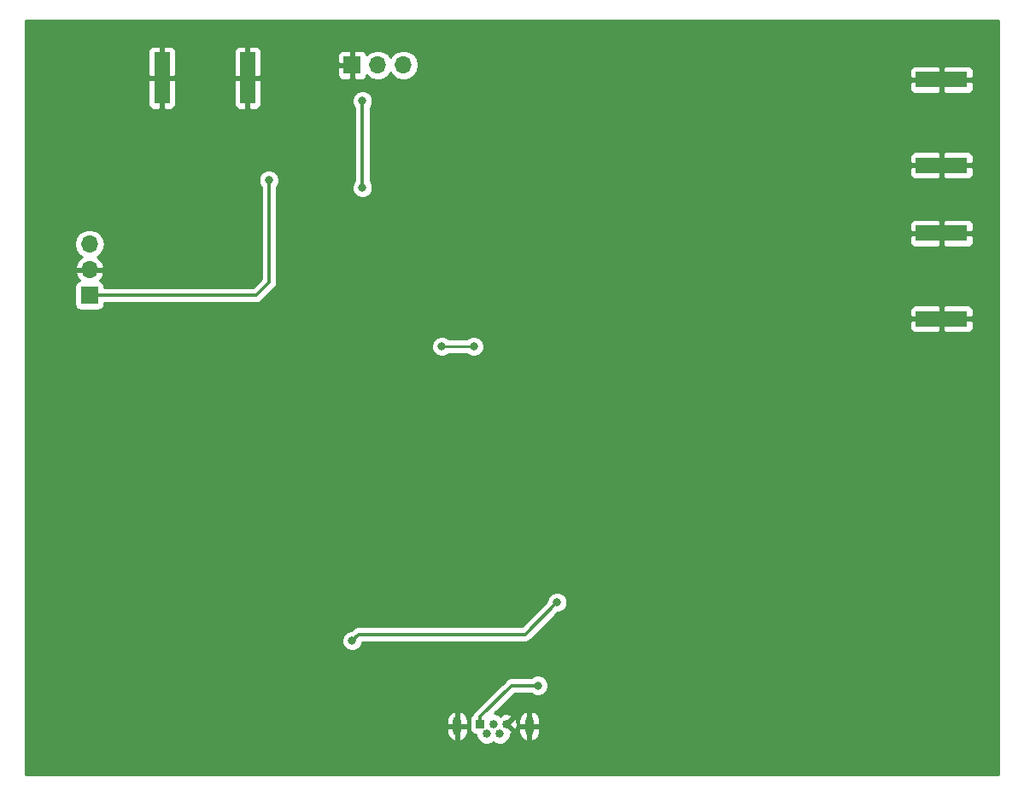
<source format=gbr>
G04 #@! TF.GenerationSoftware,KiCad,Pcbnew,(6.0.0-rc1-dev-1154-gcbd13c712)*
G04 #@! TF.CreationDate,2018-11-27T08:28:50+08:00*
G04 #@! TF.ProjectId,8330_EVA,38333330-5f45-4564-912e-6b696361645f,rev?*
G04 #@! TF.SameCoordinates,Original*
G04 #@! TF.FileFunction,Copper,L2,Bot*
G04 #@! TF.FilePolarity,Positive*
%FSLAX46Y46*%
G04 Gerber Fmt 4.6, Leading zero omitted, Abs format (unit mm)*
G04 Created by KiCad (PCBNEW (6.0.0-rc1-dev-1154-gcbd13c712)) date 2018/11/27 8:28:50*
%MOMM*%
%LPD*%
G01*
G04 APERTURE LIST*
G04 #@! TA.AperFunction,ComponentPad*
%ADD10R,0.840000X0.840000*%
G04 #@! TD*
G04 #@! TA.AperFunction,ComponentPad*
%ADD11C,0.840000*%
G04 #@! TD*
G04 #@! TA.AperFunction,ComponentPad*
%ADD12O,0.850000X1.850000*%
G04 #@! TD*
G04 #@! TA.AperFunction,SMDPad,CuDef*
%ADD13R,1.500000X5.080000*%
G04 #@! TD*
G04 #@! TA.AperFunction,ComponentPad*
%ADD14O,1.700000X1.700000*%
G04 #@! TD*
G04 #@! TA.AperFunction,ComponentPad*
%ADD15R,1.700000X1.700000*%
G04 #@! TD*
G04 #@! TA.AperFunction,SMDPad,CuDef*
%ADD16R,5.080000X1.500000*%
G04 #@! TD*
G04 #@! TA.AperFunction,ViaPad*
%ADD17C,0.800000*%
G04 #@! TD*
G04 #@! TA.AperFunction,Conductor*
%ADD18C,0.300000*%
G04 #@! TD*
G04 #@! TA.AperFunction,Conductor*
%ADD19C,0.250000*%
G04 #@! TD*
G04 #@! TA.AperFunction,Conductor*
%ADD20C,0.254000*%
G04 #@! TD*
G04 APERTURE END LIST*
D10*
G04 #@! TO.P,J1,1*
G04 #@! TO.N,/USB2SPI/VBUS*
X152400000Y-123825000D03*
D11*
G04 #@! TO.P,J1,2*
G04 #@! TO.N,/USB2SPI/USB_D-*
X153050000Y-124825000D03*
G04 #@! TO.P,J1,3*
G04 #@! TO.N,/USB2SPI/USB_D+*
X153700000Y-123825000D03*
G04 #@! TO.P,J1,4*
G04 #@! TO.N,Net-(J1-Pad4)*
X154350000Y-124825000D03*
G04 #@! TO.P,J1,5*
G04 #@! TO.N,Earth*
X155000000Y-123825000D03*
D12*
G04 #@! TO.P,J1,6*
X150125000Y-124045000D03*
X157275000Y-124045000D03*
G04 #@! TD*
D13*
G04 #@! TO.P,J2,2*
G04 #@! TO.N,Earth*
X129345000Y-59690000D03*
X120845000Y-59690000D03*
G04 #@! TD*
D14*
G04 #@! TO.P,J3,3*
G04 #@! TO.N,/VCA/VEE_-5V*
X113665000Y-76200000D03*
G04 #@! TO.P,J3,2*
G04 #@! TO.N,Earth*
X113665000Y-78740000D03*
D15*
G04 #@! TO.P,J3,1*
G04 #@! TO.N,/DAC/VCC_+5V*
X113665000Y-81280000D03*
G04 #@! TD*
D16*
G04 #@! TO.P,J4,2*
G04 #@! TO.N,Earth*
X198120000Y-83625000D03*
X198120000Y-75125000D03*
G04 #@! TD*
G04 #@! TO.P,J5,2*
G04 #@! TO.N,Earth*
X198120000Y-59885000D03*
X198120000Y-68385000D03*
G04 #@! TD*
D15*
G04 #@! TO.P,J6,1*
G04 #@! TO.N,Earth*
X139700000Y-58420000D03*
D14*
G04 #@! TO.P,J6,2*
G04 #@! TO.N,Net-(J6-Pad2)*
X142240000Y-58420000D03*
G04 #@! TO.P,J6,3*
G04 #@! TO.N,Net-(C25-Pad1)*
X144780000Y-58420000D03*
G04 #@! TD*
D17*
G04 #@! TO.N,Earth*
X137160000Y-82804000D03*
X142748000Y-82550000D03*
X147320000Y-82296000D03*
X135890000Y-91440000D03*
X139192000Y-91186000D03*
X136652000Y-64770000D03*
X139192000Y-64770000D03*
X143510000Y-65024000D03*
X145034000Y-69342000D03*
X129032000Y-67310000D03*
X140335000Y-83820000D03*
X147955000Y-84455000D03*
X121920000Y-85090000D03*
X124460000Y-85090000D03*
X127000000Y-85090000D03*
X137160000Y-76835000D03*
X149225000Y-76835000D03*
X116840000Y-67945000D03*
X119380000Y-67945000D03*
X121920000Y-67945000D03*
X138684000Y-94488000D03*
X145288000Y-95758000D03*
X123444000Y-95250000D03*
X142875000Y-111760000D03*
X142875000Y-113665000D03*
X142875000Y-104140000D03*
X133985000Y-104140000D03*
X140970000Y-104775000D03*
X154850000Y-97155000D03*
G04 #@! TO.N,/USB2SPI/VCCIO*
X139700000Y-115570000D03*
X160020000Y-111760000D03*
G04 #@! TO.N,/USB2SPI/VBUS*
X158115000Y-120015000D03*
G04 #@! TO.N,/USB2SPI/MPSSE_SCK*
X151765000Y-86360000D03*
X148590000Y-86360000D03*
G04 #@! TO.N,/DAC/VCC_+5V*
X131445000Y-69850000D03*
G04 #@! TO.N,Net-(J6-Pad2)*
X140716000Y-61976000D03*
X140716000Y-70612000D03*
G04 #@! TD*
D18*
G04 #@! TO.N,/USB2SPI/VCCIO*
X139700000Y-115570000D02*
X140335000Y-114935000D01*
X140335000Y-114935000D02*
X156845000Y-114935000D01*
X156845000Y-114935000D02*
X160020000Y-111760000D01*
G04 #@! TO.N,/USB2SPI/VBUS*
X155490000Y-120015000D02*
X158115000Y-120015000D01*
X152400000Y-123825000D02*
X152400000Y-123105000D01*
X152400000Y-123105000D02*
X155490000Y-120015000D01*
D19*
G04 #@! TO.N,/USB2SPI/MPSSE_SCK*
X151765000Y-86360000D02*
X148590000Y-86360000D01*
D18*
G04 #@! TO.N,/DAC/VCC_+5V*
X113665000Y-81280000D02*
X128905000Y-81280000D01*
X128905000Y-81280000D02*
X130175000Y-81280000D01*
X131445000Y-80010000D02*
X131445000Y-69850000D01*
X130175000Y-81280000D02*
X131445000Y-80010000D01*
G04 #@! TO.N,Net-(J6-Pad2)*
X140716000Y-61976000D02*
X140716000Y-70612000D01*
G04 #@! TD*
D20*
G04 #@! TO.N,Earth*
G36*
X203810000Y-128880000D02*
X107340000Y-128880000D01*
X107340000Y-124172000D01*
X149065000Y-124172000D01*
X149065000Y-124672000D01*
X149194288Y-125067977D01*
X149465269Y-125384336D01*
X149834938Y-125564540D01*
X149998000Y-125437257D01*
X149998000Y-124172000D01*
X150252000Y-124172000D01*
X150252000Y-125437257D01*
X150415062Y-125564540D01*
X150784731Y-125384336D01*
X151055712Y-125067977D01*
X151185000Y-124672000D01*
X151185000Y-124172000D01*
X150252000Y-124172000D01*
X149998000Y-124172000D01*
X149065000Y-124172000D01*
X107340000Y-124172000D01*
X107340000Y-123418000D01*
X149065000Y-123418000D01*
X149065000Y-123918000D01*
X149998000Y-123918000D01*
X149998000Y-122652743D01*
X150252000Y-122652743D01*
X150252000Y-123918000D01*
X151185000Y-123918000D01*
X151185000Y-123418000D01*
X151180756Y-123405000D01*
X151332560Y-123405000D01*
X151332560Y-124245000D01*
X151381843Y-124492765D01*
X151522191Y-124702809D01*
X151732235Y-124843157D01*
X151980000Y-124892440D01*
X151995000Y-124892440D01*
X151995000Y-125034853D01*
X152155614Y-125422610D01*
X152452390Y-125719386D01*
X152840147Y-125880000D01*
X153259853Y-125880000D01*
X153647610Y-125719386D01*
X153700000Y-125666996D01*
X153752390Y-125719386D01*
X154140147Y-125880000D01*
X154559853Y-125880000D01*
X154947610Y-125719386D01*
X155244386Y-125422610D01*
X155405000Y-125034853D01*
X155405000Y-124813541D01*
X155525095Y-124763796D01*
X155552308Y-124556913D01*
X155259660Y-124264265D01*
X155244386Y-124227390D01*
X154947610Y-123930614D01*
X154862449Y-123895339D01*
X154806253Y-123839143D01*
X154820395Y-123825000D01*
X155179605Y-123825000D01*
X155731913Y-124377308D01*
X155938796Y-124350095D01*
X155996557Y-124172000D01*
X156215000Y-124172000D01*
X156215000Y-124672000D01*
X156344288Y-125067977D01*
X156615269Y-125384336D01*
X156984938Y-125564540D01*
X157148000Y-125437257D01*
X157148000Y-124172000D01*
X157402000Y-124172000D01*
X157402000Y-125437257D01*
X157565062Y-125564540D01*
X157934731Y-125384336D01*
X158205712Y-125067977D01*
X158335000Y-124672000D01*
X158335000Y-124172000D01*
X157402000Y-124172000D01*
X157148000Y-124172000D01*
X156215000Y-124172000D01*
X155996557Y-124172000D01*
X156068279Y-123950863D01*
X156035127Y-123532469D01*
X155987713Y-123418000D01*
X156215000Y-123418000D01*
X156215000Y-123918000D01*
X157148000Y-123918000D01*
X157148000Y-122652743D01*
X157402000Y-122652743D01*
X157402000Y-123918000D01*
X158335000Y-123918000D01*
X158335000Y-123418000D01*
X158205712Y-123022023D01*
X157934731Y-122705664D01*
X157565062Y-122525460D01*
X157402000Y-122652743D01*
X157148000Y-122652743D01*
X156984938Y-122525460D01*
X156615269Y-122705664D01*
X156344288Y-123022023D01*
X156215000Y-123418000D01*
X155987713Y-123418000D01*
X155938796Y-123299905D01*
X155731913Y-123272692D01*
X155179605Y-123825000D01*
X154820395Y-123825000D01*
X154806253Y-123810858D01*
X154985858Y-123631253D01*
X155000000Y-123645395D01*
X155552308Y-123093087D01*
X155525095Y-122886204D01*
X155125863Y-122756721D01*
X154707469Y-122789873D01*
X154474905Y-122886204D01*
X154449132Y-123082136D01*
X154297610Y-122930614D01*
X153909853Y-122770000D01*
X153845157Y-122770000D01*
X155815158Y-120800000D01*
X157436289Y-120800000D01*
X157528720Y-120892431D01*
X157909126Y-121050000D01*
X158320874Y-121050000D01*
X158701280Y-120892431D01*
X158992431Y-120601280D01*
X159150000Y-120220874D01*
X159150000Y-119809126D01*
X158992431Y-119428720D01*
X158701280Y-119137569D01*
X158320874Y-118980000D01*
X157909126Y-118980000D01*
X157528720Y-119137569D01*
X157436289Y-119230000D01*
X155567312Y-119230000D01*
X155490000Y-119214622D01*
X155412688Y-119230000D01*
X155412684Y-119230000D01*
X155183708Y-119275546D01*
X154989591Y-119405251D01*
X154989589Y-119405253D01*
X154924047Y-119449047D01*
X154880253Y-119514589D01*
X151899590Y-122495253D01*
X151834048Y-122539047D01*
X151790254Y-122604589D01*
X151790251Y-122604592D01*
X151660546Y-122798709D01*
X151647692Y-122863334D01*
X151522191Y-122947191D01*
X151381843Y-123157235D01*
X151332560Y-123405000D01*
X151180756Y-123405000D01*
X151055712Y-123022023D01*
X150784731Y-122705664D01*
X150415062Y-122525460D01*
X150252000Y-122652743D01*
X149998000Y-122652743D01*
X149834938Y-122525460D01*
X149465269Y-122705664D01*
X149194288Y-123022023D01*
X149065000Y-123418000D01*
X107340000Y-123418000D01*
X107340000Y-115364126D01*
X138665000Y-115364126D01*
X138665000Y-115775874D01*
X138822569Y-116156280D01*
X139113720Y-116447431D01*
X139494126Y-116605000D01*
X139905874Y-116605000D01*
X140286280Y-116447431D01*
X140577431Y-116156280D01*
X140735000Y-115775874D01*
X140735000Y-115720000D01*
X156767688Y-115720000D01*
X156845000Y-115735378D01*
X156922312Y-115720000D01*
X156922316Y-115720000D01*
X157151292Y-115674454D01*
X157410953Y-115500953D01*
X157454749Y-115435408D01*
X160095158Y-112795000D01*
X160225874Y-112795000D01*
X160606280Y-112637431D01*
X160897431Y-112346280D01*
X161055000Y-111965874D01*
X161055000Y-111554126D01*
X160897431Y-111173720D01*
X160606280Y-110882569D01*
X160225874Y-110725000D01*
X159814126Y-110725000D01*
X159433720Y-110882569D01*
X159142569Y-111173720D01*
X158985000Y-111554126D01*
X158985000Y-111684842D01*
X156519843Y-114150000D01*
X140412312Y-114150000D01*
X140335000Y-114134622D01*
X140257688Y-114150000D01*
X140257684Y-114150000D01*
X140028708Y-114195546D01*
X139769047Y-114369047D01*
X139725251Y-114434592D01*
X139624843Y-114535000D01*
X139494126Y-114535000D01*
X139113720Y-114692569D01*
X138822569Y-114983720D01*
X138665000Y-115364126D01*
X107340000Y-115364126D01*
X107340000Y-86154126D01*
X147555000Y-86154126D01*
X147555000Y-86565874D01*
X147712569Y-86946280D01*
X148003720Y-87237431D01*
X148384126Y-87395000D01*
X148795874Y-87395000D01*
X149176280Y-87237431D01*
X149293711Y-87120000D01*
X151061289Y-87120000D01*
X151178720Y-87237431D01*
X151559126Y-87395000D01*
X151970874Y-87395000D01*
X152351280Y-87237431D01*
X152642431Y-86946280D01*
X152800000Y-86565874D01*
X152800000Y-86154126D01*
X152642431Y-85773720D01*
X152351280Y-85482569D01*
X151970874Y-85325000D01*
X151559126Y-85325000D01*
X151178720Y-85482569D01*
X151061289Y-85600000D01*
X149293711Y-85600000D01*
X149176280Y-85482569D01*
X148795874Y-85325000D01*
X148384126Y-85325000D01*
X148003720Y-85482569D01*
X147712569Y-85773720D01*
X147555000Y-86154126D01*
X107340000Y-86154126D01*
X107340000Y-83910750D01*
X194945000Y-83910750D01*
X194945000Y-84501309D01*
X195041673Y-84734698D01*
X195220301Y-84913327D01*
X195453690Y-85010000D01*
X197834250Y-85010000D01*
X197993000Y-84851250D01*
X197993000Y-83752000D01*
X198247000Y-83752000D01*
X198247000Y-84851250D01*
X198405750Y-85010000D01*
X200786310Y-85010000D01*
X201019699Y-84913327D01*
X201198327Y-84734698D01*
X201295000Y-84501309D01*
X201295000Y-83910750D01*
X201136250Y-83752000D01*
X198247000Y-83752000D01*
X197993000Y-83752000D01*
X195103750Y-83752000D01*
X194945000Y-83910750D01*
X107340000Y-83910750D01*
X107340000Y-80430000D01*
X112167560Y-80430000D01*
X112167560Y-82130000D01*
X112216843Y-82377765D01*
X112357191Y-82587809D01*
X112567235Y-82728157D01*
X112815000Y-82777440D01*
X114515000Y-82777440D01*
X114659532Y-82748691D01*
X194945000Y-82748691D01*
X194945000Y-83339250D01*
X195103750Y-83498000D01*
X197993000Y-83498000D01*
X197993000Y-82398750D01*
X198247000Y-82398750D01*
X198247000Y-83498000D01*
X201136250Y-83498000D01*
X201295000Y-83339250D01*
X201295000Y-82748691D01*
X201198327Y-82515302D01*
X201019699Y-82336673D01*
X200786310Y-82240000D01*
X198405750Y-82240000D01*
X198247000Y-82398750D01*
X197993000Y-82398750D01*
X197834250Y-82240000D01*
X195453690Y-82240000D01*
X195220301Y-82336673D01*
X195041673Y-82515302D01*
X194945000Y-82748691D01*
X114659532Y-82748691D01*
X114762765Y-82728157D01*
X114972809Y-82587809D01*
X115113157Y-82377765D01*
X115162440Y-82130000D01*
X115162440Y-82065000D01*
X130097688Y-82065000D01*
X130175000Y-82080378D01*
X130252312Y-82065000D01*
X130252316Y-82065000D01*
X130481292Y-82019454D01*
X130740953Y-81845953D01*
X130784749Y-81780408D01*
X131945411Y-80619747D01*
X132010953Y-80575953D01*
X132054747Y-80510411D01*
X132054749Y-80510409D01*
X132108476Y-80430000D01*
X132184454Y-80316292D01*
X132230000Y-80087316D01*
X132230000Y-80087312D01*
X132245378Y-80010001D01*
X132230000Y-79932690D01*
X132230000Y-75410750D01*
X194945000Y-75410750D01*
X194945000Y-76001309D01*
X195041673Y-76234698D01*
X195220301Y-76413327D01*
X195453690Y-76510000D01*
X197834250Y-76510000D01*
X197993000Y-76351250D01*
X197993000Y-75252000D01*
X198247000Y-75252000D01*
X198247000Y-76351250D01*
X198405750Y-76510000D01*
X200786310Y-76510000D01*
X201019699Y-76413327D01*
X201198327Y-76234698D01*
X201295000Y-76001309D01*
X201295000Y-75410750D01*
X201136250Y-75252000D01*
X198247000Y-75252000D01*
X197993000Y-75252000D01*
X195103750Y-75252000D01*
X194945000Y-75410750D01*
X132230000Y-75410750D01*
X132230000Y-74248691D01*
X194945000Y-74248691D01*
X194945000Y-74839250D01*
X195103750Y-74998000D01*
X197993000Y-74998000D01*
X197993000Y-73898750D01*
X198247000Y-73898750D01*
X198247000Y-74998000D01*
X201136250Y-74998000D01*
X201295000Y-74839250D01*
X201295000Y-74248691D01*
X201198327Y-74015302D01*
X201019699Y-73836673D01*
X200786310Y-73740000D01*
X198405750Y-73740000D01*
X198247000Y-73898750D01*
X197993000Y-73898750D01*
X197834250Y-73740000D01*
X195453690Y-73740000D01*
X195220301Y-73836673D01*
X195041673Y-74015302D01*
X194945000Y-74248691D01*
X132230000Y-74248691D01*
X132230000Y-70528711D01*
X132322431Y-70436280D01*
X132480000Y-70055874D01*
X132480000Y-69644126D01*
X132322431Y-69263720D01*
X132031280Y-68972569D01*
X131650874Y-68815000D01*
X131239126Y-68815000D01*
X130858720Y-68972569D01*
X130567569Y-69263720D01*
X130410000Y-69644126D01*
X130410000Y-70055874D01*
X130567569Y-70436280D01*
X130660001Y-70528712D01*
X130660000Y-79684842D01*
X129849843Y-80495000D01*
X115162440Y-80495000D01*
X115162440Y-80430000D01*
X115113157Y-80182235D01*
X114972809Y-79972191D01*
X114762765Y-79831843D01*
X114659292Y-79811261D01*
X114936645Y-79506924D01*
X115106476Y-79096890D01*
X114985155Y-78867000D01*
X113792000Y-78867000D01*
X113792000Y-78887000D01*
X113538000Y-78887000D01*
X113538000Y-78867000D01*
X112344845Y-78867000D01*
X112223524Y-79096890D01*
X112393355Y-79506924D01*
X112670708Y-79811261D01*
X112567235Y-79831843D01*
X112357191Y-79972191D01*
X112216843Y-80182235D01*
X112167560Y-80430000D01*
X107340000Y-80430000D01*
X107340000Y-76200000D01*
X112150908Y-76200000D01*
X112266161Y-76779418D01*
X112594375Y-77270625D01*
X112913478Y-77483843D01*
X112783642Y-77544817D01*
X112393355Y-77973076D01*
X112223524Y-78383110D01*
X112344845Y-78613000D01*
X113538000Y-78613000D01*
X113538000Y-78593000D01*
X113792000Y-78593000D01*
X113792000Y-78613000D01*
X114985155Y-78613000D01*
X115106476Y-78383110D01*
X114936645Y-77973076D01*
X114546358Y-77544817D01*
X114416522Y-77483843D01*
X114735625Y-77270625D01*
X115063839Y-76779418D01*
X115179092Y-76200000D01*
X115063839Y-75620582D01*
X114735625Y-75129375D01*
X114244418Y-74801161D01*
X113811256Y-74715000D01*
X113518744Y-74715000D01*
X113085582Y-74801161D01*
X112594375Y-75129375D01*
X112266161Y-75620582D01*
X112150908Y-76200000D01*
X107340000Y-76200000D01*
X107340000Y-59975750D01*
X119460000Y-59975750D01*
X119460000Y-62356310D01*
X119556673Y-62589699D01*
X119735302Y-62768327D01*
X119968691Y-62865000D01*
X120559250Y-62865000D01*
X120718000Y-62706250D01*
X120718000Y-59817000D01*
X120972000Y-59817000D01*
X120972000Y-62706250D01*
X121130750Y-62865000D01*
X121721309Y-62865000D01*
X121954698Y-62768327D01*
X122133327Y-62589699D01*
X122230000Y-62356310D01*
X122230000Y-59975750D01*
X127960000Y-59975750D01*
X127960000Y-62356310D01*
X128056673Y-62589699D01*
X128235302Y-62768327D01*
X128468691Y-62865000D01*
X129059250Y-62865000D01*
X129218000Y-62706250D01*
X129218000Y-59817000D01*
X129472000Y-59817000D01*
X129472000Y-62706250D01*
X129630750Y-62865000D01*
X130221309Y-62865000D01*
X130454698Y-62768327D01*
X130633327Y-62589699D01*
X130730000Y-62356310D01*
X130730000Y-61770126D01*
X139681000Y-61770126D01*
X139681000Y-62181874D01*
X139838569Y-62562280D01*
X139931000Y-62654711D01*
X139931001Y-69933288D01*
X139838569Y-70025720D01*
X139681000Y-70406126D01*
X139681000Y-70817874D01*
X139838569Y-71198280D01*
X140129720Y-71489431D01*
X140510126Y-71647000D01*
X140921874Y-71647000D01*
X141302280Y-71489431D01*
X141593431Y-71198280D01*
X141751000Y-70817874D01*
X141751000Y-70406126D01*
X141593431Y-70025720D01*
X141501000Y-69933289D01*
X141501000Y-68670750D01*
X194945000Y-68670750D01*
X194945000Y-69261309D01*
X195041673Y-69494698D01*
X195220301Y-69673327D01*
X195453690Y-69770000D01*
X197834250Y-69770000D01*
X197993000Y-69611250D01*
X197993000Y-68512000D01*
X198247000Y-68512000D01*
X198247000Y-69611250D01*
X198405750Y-69770000D01*
X200786310Y-69770000D01*
X201019699Y-69673327D01*
X201198327Y-69494698D01*
X201295000Y-69261309D01*
X201295000Y-68670750D01*
X201136250Y-68512000D01*
X198247000Y-68512000D01*
X197993000Y-68512000D01*
X195103750Y-68512000D01*
X194945000Y-68670750D01*
X141501000Y-68670750D01*
X141501000Y-67508691D01*
X194945000Y-67508691D01*
X194945000Y-68099250D01*
X195103750Y-68258000D01*
X197993000Y-68258000D01*
X197993000Y-67158750D01*
X198247000Y-67158750D01*
X198247000Y-68258000D01*
X201136250Y-68258000D01*
X201295000Y-68099250D01*
X201295000Y-67508691D01*
X201198327Y-67275302D01*
X201019699Y-67096673D01*
X200786310Y-67000000D01*
X198405750Y-67000000D01*
X198247000Y-67158750D01*
X197993000Y-67158750D01*
X197834250Y-67000000D01*
X195453690Y-67000000D01*
X195220301Y-67096673D01*
X195041673Y-67275302D01*
X194945000Y-67508691D01*
X141501000Y-67508691D01*
X141501000Y-62654711D01*
X141593431Y-62562280D01*
X141751000Y-62181874D01*
X141751000Y-61770126D01*
X141593431Y-61389720D01*
X141302280Y-61098569D01*
X140921874Y-60941000D01*
X140510126Y-60941000D01*
X140129720Y-61098569D01*
X139838569Y-61389720D01*
X139681000Y-61770126D01*
X130730000Y-61770126D01*
X130730000Y-60170750D01*
X194945000Y-60170750D01*
X194945000Y-60761309D01*
X195041673Y-60994698D01*
X195220301Y-61173327D01*
X195453690Y-61270000D01*
X197834250Y-61270000D01*
X197993000Y-61111250D01*
X197993000Y-60012000D01*
X198247000Y-60012000D01*
X198247000Y-61111250D01*
X198405750Y-61270000D01*
X200786310Y-61270000D01*
X201019699Y-61173327D01*
X201198327Y-60994698D01*
X201295000Y-60761309D01*
X201295000Y-60170750D01*
X201136250Y-60012000D01*
X198247000Y-60012000D01*
X197993000Y-60012000D01*
X195103750Y-60012000D01*
X194945000Y-60170750D01*
X130730000Y-60170750D01*
X130730000Y-59975750D01*
X130571250Y-59817000D01*
X129472000Y-59817000D01*
X129218000Y-59817000D01*
X128118750Y-59817000D01*
X127960000Y-59975750D01*
X122230000Y-59975750D01*
X122071250Y-59817000D01*
X120972000Y-59817000D01*
X120718000Y-59817000D01*
X119618750Y-59817000D01*
X119460000Y-59975750D01*
X107340000Y-59975750D01*
X107340000Y-57023690D01*
X119460000Y-57023690D01*
X119460000Y-59404250D01*
X119618750Y-59563000D01*
X120718000Y-59563000D01*
X120718000Y-56673750D01*
X120972000Y-56673750D01*
X120972000Y-59563000D01*
X122071250Y-59563000D01*
X122230000Y-59404250D01*
X122230000Y-57023690D01*
X127960000Y-57023690D01*
X127960000Y-59404250D01*
X128118750Y-59563000D01*
X129218000Y-59563000D01*
X129218000Y-56673750D01*
X129472000Y-56673750D01*
X129472000Y-59563000D01*
X130571250Y-59563000D01*
X130730000Y-59404250D01*
X130730000Y-58705750D01*
X138215000Y-58705750D01*
X138215000Y-59396309D01*
X138311673Y-59629698D01*
X138490301Y-59808327D01*
X138723690Y-59905000D01*
X139414250Y-59905000D01*
X139573000Y-59746250D01*
X139573000Y-58547000D01*
X138373750Y-58547000D01*
X138215000Y-58705750D01*
X130730000Y-58705750D01*
X130730000Y-57443691D01*
X138215000Y-57443691D01*
X138215000Y-58134250D01*
X138373750Y-58293000D01*
X139573000Y-58293000D01*
X139573000Y-57093750D01*
X139827000Y-57093750D01*
X139827000Y-58293000D01*
X139847000Y-58293000D01*
X139847000Y-58547000D01*
X139827000Y-58547000D01*
X139827000Y-59746250D01*
X139985750Y-59905000D01*
X140676310Y-59905000D01*
X140909699Y-59808327D01*
X141088327Y-59629698D01*
X141154904Y-59468967D01*
X141169375Y-59490625D01*
X141660582Y-59818839D01*
X142093744Y-59905000D01*
X142386256Y-59905000D01*
X142819418Y-59818839D01*
X143310625Y-59490625D01*
X143510000Y-59192239D01*
X143709375Y-59490625D01*
X144200582Y-59818839D01*
X144633744Y-59905000D01*
X144926256Y-59905000D01*
X145359418Y-59818839D01*
X145850625Y-59490625D01*
X146172642Y-59008691D01*
X194945000Y-59008691D01*
X194945000Y-59599250D01*
X195103750Y-59758000D01*
X197993000Y-59758000D01*
X197993000Y-58658750D01*
X198247000Y-58658750D01*
X198247000Y-59758000D01*
X201136250Y-59758000D01*
X201295000Y-59599250D01*
X201295000Y-59008691D01*
X201198327Y-58775302D01*
X201019699Y-58596673D01*
X200786310Y-58500000D01*
X198405750Y-58500000D01*
X198247000Y-58658750D01*
X197993000Y-58658750D01*
X197834250Y-58500000D01*
X195453690Y-58500000D01*
X195220301Y-58596673D01*
X195041673Y-58775302D01*
X194945000Y-59008691D01*
X146172642Y-59008691D01*
X146178839Y-58999418D01*
X146294092Y-58420000D01*
X146178839Y-57840582D01*
X145850625Y-57349375D01*
X145359418Y-57021161D01*
X144926256Y-56935000D01*
X144633744Y-56935000D01*
X144200582Y-57021161D01*
X143709375Y-57349375D01*
X143510000Y-57647761D01*
X143310625Y-57349375D01*
X142819418Y-57021161D01*
X142386256Y-56935000D01*
X142093744Y-56935000D01*
X141660582Y-57021161D01*
X141169375Y-57349375D01*
X141154904Y-57371033D01*
X141088327Y-57210302D01*
X140909699Y-57031673D01*
X140676310Y-56935000D01*
X139985750Y-56935000D01*
X139827000Y-57093750D01*
X139573000Y-57093750D01*
X139414250Y-56935000D01*
X138723690Y-56935000D01*
X138490301Y-57031673D01*
X138311673Y-57210302D01*
X138215000Y-57443691D01*
X130730000Y-57443691D01*
X130730000Y-57023690D01*
X130633327Y-56790301D01*
X130454698Y-56611673D01*
X130221309Y-56515000D01*
X129630750Y-56515000D01*
X129472000Y-56673750D01*
X129218000Y-56673750D01*
X129059250Y-56515000D01*
X128468691Y-56515000D01*
X128235302Y-56611673D01*
X128056673Y-56790301D01*
X127960000Y-57023690D01*
X122230000Y-57023690D01*
X122133327Y-56790301D01*
X121954698Y-56611673D01*
X121721309Y-56515000D01*
X121130750Y-56515000D01*
X120972000Y-56673750D01*
X120718000Y-56673750D01*
X120559250Y-56515000D01*
X119968691Y-56515000D01*
X119735302Y-56611673D01*
X119556673Y-56790301D01*
X119460000Y-57023690D01*
X107340000Y-57023690D01*
X107340000Y-54000000D01*
X203810001Y-54000000D01*
X203810000Y-128880000D01*
X203810000Y-128880000D01*
G37*
X203810000Y-128880000D02*
X107340000Y-128880000D01*
X107340000Y-124172000D01*
X149065000Y-124172000D01*
X149065000Y-124672000D01*
X149194288Y-125067977D01*
X149465269Y-125384336D01*
X149834938Y-125564540D01*
X149998000Y-125437257D01*
X149998000Y-124172000D01*
X150252000Y-124172000D01*
X150252000Y-125437257D01*
X150415062Y-125564540D01*
X150784731Y-125384336D01*
X151055712Y-125067977D01*
X151185000Y-124672000D01*
X151185000Y-124172000D01*
X150252000Y-124172000D01*
X149998000Y-124172000D01*
X149065000Y-124172000D01*
X107340000Y-124172000D01*
X107340000Y-123418000D01*
X149065000Y-123418000D01*
X149065000Y-123918000D01*
X149998000Y-123918000D01*
X149998000Y-122652743D01*
X150252000Y-122652743D01*
X150252000Y-123918000D01*
X151185000Y-123918000D01*
X151185000Y-123418000D01*
X151180756Y-123405000D01*
X151332560Y-123405000D01*
X151332560Y-124245000D01*
X151381843Y-124492765D01*
X151522191Y-124702809D01*
X151732235Y-124843157D01*
X151980000Y-124892440D01*
X151995000Y-124892440D01*
X151995000Y-125034853D01*
X152155614Y-125422610D01*
X152452390Y-125719386D01*
X152840147Y-125880000D01*
X153259853Y-125880000D01*
X153647610Y-125719386D01*
X153700000Y-125666996D01*
X153752390Y-125719386D01*
X154140147Y-125880000D01*
X154559853Y-125880000D01*
X154947610Y-125719386D01*
X155244386Y-125422610D01*
X155405000Y-125034853D01*
X155405000Y-124813541D01*
X155525095Y-124763796D01*
X155552308Y-124556913D01*
X155259660Y-124264265D01*
X155244386Y-124227390D01*
X154947610Y-123930614D01*
X154862449Y-123895339D01*
X154806253Y-123839143D01*
X154820395Y-123825000D01*
X155179605Y-123825000D01*
X155731913Y-124377308D01*
X155938796Y-124350095D01*
X155996557Y-124172000D01*
X156215000Y-124172000D01*
X156215000Y-124672000D01*
X156344288Y-125067977D01*
X156615269Y-125384336D01*
X156984938Y-125564540D01*
X157148000Y-125437257D01*
X157148000Y-124172000D01*
X157402000Y-124172000D01*
X157402000Y-125437257D01*
X157565062Y-125564540D01*
X157934731Y-125384336D01*
X158205712Y-125067977D01*
X158335000Y-124672000D01*
X158335000Y-124172000D01*
X157402000Y-124172000D01*
X157148000Y-124172000D01*
X156215000Y-124172000D01*
X155996557Y-124172000D01*
X156068279Y-123950863D01*
X156035127Y-123532469D01*
X155987713Y-123418000D01*
X156215000Y-123418000D01*
X156215000Y-123918000D01*
X157148000Y-123918000D01*
X157148000Y-122652743D01*
X157402000Y-122652743D01*
X157402000Y-123918000D01*
X158335000Y-123918000D01*
X158335000Y-123418000D01*
X158205712Y-123022023D01*
X157934731Y-122705664D01*
X157565062Y-122525460D01*
X157402000Y-122652743D01*
X157148000Y-122652743D01*
X156984938Y-122525460D01*
X156615269Y-122705664D01*
X156344288Y-123022023D01*
X156215000Y-123418000D01*
X155987713Y-123418000D01*
X155938796Y-123299905D01*
X155731913Y-123272692D01*
X155179605Y-123825000D01*
X154820395Y-123825000D01*
X154806253Y-123810858D01*
X154985858Y-123631253D01*
X155000000Y-123645395D01*
X155552308Y-123093087D01*
X155525095Y-122886204D01*
X155125863Y-122756721D01*
X154707469Y-122789873D01*
X154474905Y-122886204D01*
X154449132Y-123082136D01*
X154297610Y-122930614D01*
X153909853Y-122770000D01*
X153845157Y-122770000D01*
X155815158Y-120800000D01*
X157436289Y-120800000D01*
X157528720Y-120892431D01*
X157909126Y-121050000D01*
X158320874Y-121050000D01*
X158701280Y-120892431D01*
X158992431Y-120601280D01*
X159150000Y-120220874D01*
X159150000Y-119809126D01*
X158992431Y-119428720D01*
X158701280Y-119137569D01*
X158320874Y-118980000D01*
X157909126Y-118980000D01*
X157528720Y-119137569D01*
X157436289Y-119230000D01*
X155567312Y-119230000D01*
X155490000Y-119214622D01*
X155412688Y-119230000D01*
X155412684Y-119230000D01*
X155183708Y-119275546D01*
X154989591Y-119405251D01*
X154989589Y-119405253D01*
X154924047Y-119449047D01*
X154880253Y-119514589D01*
X151899590Y-122495253D01*
X151834048Y-122539047D01*
X151790254Y-122604589D01*
X151790251Y-122604592D01*
X151660546Y-122798709D01*
X151647692Y-122863334D01*
X151522191Y-122947191D01*
X151381843Y-123157235D01*
X151332560Y-123405000D01*
X151180756Y-123405000D01*
X151055712Y-123022023D01*
X150784731Y-122705664D01*
X150415062Y-122525460D01*
X150252000Y-122652743D01*
X149998000Y-122652743D01*
X149834938Y-122525460D01*
X149465269Y-122705664D01*
X149194288Y-123022023D01*
X149065000Y-123418000D01*
X107340000Y-123418000D01*
X107340000Y-115364126D01*
X138665000Y-115364126D01*
X138665000Y-115775874D01*
X138822569Y-116156280D01*
X139113720Y-116447431D01*
X139494126Y-116605000D01*
X139905874Y-116605000D01*
X140286280Y-116447431D01*
X140577431Y-116156280D01*
X140735000Y-115775874D01*
X140735000Y-115720000D01*
X156767688Y-115720000D01*
X156845000Y-115735378D01*
X156922312Y-115720000D01*
X156922316Y-115720000D01*
X157151292Y-115674454D01*
X157410953Y-115500953D01*
X157454749Y-115435408D01*
X160095158Y-112795000D01*
X160225874Y-112795000D01*
X160606280Y-112637431D01*
X160897431Y-112346280D01*
X161055000Y-111965874D01*
X161055000Y-111554126D01*
X160897431Y-111173720D01*
X160606280Y-110882569D01*
X160225874Y-110725000D01*
X159814126Y-110725000D01*
X159433720Y-110882569D01*
X159142569Y-111173720D01*
X158985000Y-111554126D01*
X158985000Y-111684842D01*
X156519843Y-114150000D01*
X140412312Y-114150000D01*
X140335000Y-114134622D01*
X140257688Y-114150000D01*
X140257684Y-114150000D01*
X140028708Y-114195546D01*
X139769047Y-114369047D01*
X139725251Y-114434592D01*
X139624843Y-114535000D01*
X139494126Y-114535000D01*
X139113720Y-114692569D01*
X138822569Y-114983720D01*
X138665000Y-115364126D01*
X107340000Y-115364126D01*
X107340000Y-86154126D01*
X147555000Y-86154126D01*
X147555000Y-86565874D01*
X147712569Y-86946280D01*
X148003720Y-87237431D01*
X148384126Y-87395000D01*
X148795874Y-87395000D01*
X149176280Y-87237431D01*
X149293711Y-87120000D01*
X151061289Y-87120000D01*
X151178720Y-87237431D01*
X151559126Y-87395000D01*
X151970874Y-87395000D01*
X152351280Y-87237431D01*
X152642431Y-86946280D01*
X152800000Y-86565874D01*
X152800000Y-86154126D01*
X152642431Y-85773720D01*
X152351280Y-85482569D01*
X151970874Y-85325000D01*
X151559126Y-85325000D01*
X151178720Y-85482569D01*
X151061289Y-85600000D01*
X149293711Y-85600000D01*
X149176280Y-85482569D01*
X148795874Y-85325000D01*
X148384126Y-85325000D01*
X148003720Y-85482569D01*
X147712569Y-85773720D01*
X147555000Y-86154126D01*
X107340000Y-86154126D01*
X107340000Y-83910750D01*
X194945000Y-83910750D01*
X194945000Y-84501309D01*
X195041673Y-84734698D01*
X195220301Y-84913327D01*
X195453690Y-85010000D01*
X197834250Y-85010000D01*
X197993000Y-84851250D01*
X197993000Y-83752000D01*
X198247000Y-83752000D01*
X198247000Y-84851250D01*
X198405750Y-85010000D01*
X200786310Y-85010000D01*
X201019699Y-84913327D01*
X201198327Y-84734698D01*
X201295000Y-84501309D01*
X201295000Y-83910750D01*
X201136250Y-83752000D01*
X198247000Y-83752000D01*
X197993000Y-83752000D01*
X195103750Y-83752000D01*
X194945000Y-83910750D01*
X107340000Y-83910750D01*
X107340000Y-80430000D01*
X112167560Y-80430000D01*
X112167560Y-82130000D01*
X112216843Y-82377765D01*
X112357191Y-82587809D01*
X112567235Y-82728157D01*
X112815000Y-82777440D01*
X114515000Y-82777440D01*
X114659532Y-82748691D01*
X194945000Y-82748691D01*
X194945000Y-83339250D01*
X195103750Y-83498000D01*
X197993000Y-83498000D01*
X197993000Y-82398750D01*
X198247000Y-82398750D01*
X198247000Y-83498000D01*
X201136250Y-83498000D01*
X201295000Y-83339250D01*
X201295000Y-82748691D01*
X201198327Y-82515302D01*
X201019699Y-82336673D01*
X200786310Y-82240000D01*
X198405750Y-82240000D01*
X198247000Y-82398750D01*
X197993000Y-82398750D01*
X197834250Y-82240000D01*
X195453690Y-82240000D01*
X195220301Y-82336673D01*
X195041673Y-82515302D01*
X194945000Y-82748691D01*
X114659532Y-82748691D01*
X114762765Y-82728157D01*
X114972809Y-82587809D01*
X115113157Y-82377765D01*
X115162440Y-82130000D01*
X115162440Y-82065000D01*
X130097688Y-82065000D01*
X130175000Y-82080378D01*
X130252312Y-82065000D01*
X130252316Y-82065000D01*
X130481292Y-82019454D01*
X130740953Y-81845953D01*
X130784749Y-81780408D01*
X131945411Y-80619747D01*
X132010953Y-80575953D01*
X132054747Y-80510411D01*
X132054749Y-80510409D01*
X132108476Y-80430000D01*
X132184454Y-80316292D01*
X132230000Y-80087316D01*
X132230000Y-80087312D01*
X132245378Y-80010001D01*
X132230000Y-79932690D01*
X132230000Y-75410750D01*
X194945000Y-75410750D01*
X194945000Y-76001309D01*
X195041673Y-76234698D01*
X195220301Y-76413327D01*
X195453690Y-76510000D01*
X197834250Y-76510000D01*
X197993000Y-76351250D01*
X197993000Y-75252000D01*
X198247000Y-75252000D01*
X198247000Y-76351250D01*
X198405750Y-76510000D01*
X200786310Y-76510000D01*
X201019699Y-76413327D01*
X201198327Y-76234698D01*
X201295000Y-76001309D01*
X201295000Y-75410750D01*
X201136250Y-75252000D01*
X198247000Y-75252000D01*
X197993000Y-75252000D01*
X195103750Y-75252000D01*
X194945000Y-75410750D01*
X132230000Y-75410750D01*
X132230000Y-74248691D01*
X194945000Y-74248691D01*
X194945000Y-74839250D01*
X195103750Y-74998000D01*
X197993000Y-74998000D01*
X197993000Y-73898750D01*
X198247000Y-73898750D01*
X198247000Y-74998000D01*
X201136250Y-74998000D01*
X201295000Y-74839250D01*
X201295000Y-74248691D01*
X201198327Y-74015302D01*
X201019699Y-73836673D01*
X200786310Y-73740000D01*
X198405750Y-73740000D01*
X198247000Y-73898750D01*
X197993000Y-73898750D01*
X197834250Y-73740000D01*
X195453690Y-73740000D01*
X195220301Y-73836673D01*
X195041673Y-74015302D01*
X194945000Y-74248691D01*
X132230000Y-74248691D01*
X132230000Y-70528711D01*
X132322431Y-70436280D01*
X132480000Y-70055874D01*
X132480000Y-69644126D01*
X132322431Y-69263720D01*
X132031280Y-68972569D01*
X131650874Y-68815000D01*
X131239126Y-68815000D01*
X130858720Y-68972569D01*
X130567569Y-69263720D01*
X130410000Y-69644126D01*
X130410000Y-70055874D01*
X130567569Y-70436280D01*
X130660001Y-70528712D01*
X130660000Y-79684842D01*
X129849843Y-80495000D01*
X115162440Y-80495000D01*
X115162440Y-80430000D01*
X115113157Y-80182235D01*
X114972809Y-79972191D01*
X114762765Y-79831843D01*
X114659292Y-79811261D01*
X114936645Y-79506924D01*
X115106476Y-79096890D01*
X114985155Y-78867000D01*
X113792000Y-78867000D01*
X113792000Y-78887000D01*
X113538000Y-78887000D01*
X113538000Y-78867000D01*
X112344845Y-78867000D01*
X112223524Y-79096890D01*
X112393355Y-79506924D01*
X112670708Y-79811261D01*
X112567235Y-79831843D01*
X112357191Y-79972191D01*
X112216843Y-80182235D01*
X112167560Y-80430000D01*
X107340000Y-80430000D01*
X107340000Y-76200000D01*
X112150908Y-76200000D01*
X112266161Y-76779418D01*
X112594375Y-77270625D01*
X112913478Y-77483843D01*
X112783642Y-77544817D01*
X112393355Y-77973076D01*
X112223524Y-78383110D01*
X112344845Y-78613000D01*
X113538000Y-78613000D01*
X113538000Y-78593000D01*
X113792000Y-78593000D01*
X113792000Y-78613000D01*
X114985155Y-78613000D01*
X115106476Y-78383110D01*
X114936645Y-77973076D01*
X114546358Y-77544817D01*
X114416522Y-77483843D01*
X114735625Y-77270625D01*
X115063839Y-76779418D01*
X115179092Y-76200000D01*
X115063839Y-75620582D01*
X114735625Y-75129375D01*
X114244418Y-74801161D01*
X113811256Y-74715000D01*
X113518744Y-74715000D01*
X113085582Y-74801161D01*
X112594375Y-75129375D01*
X112266161Y-75620582D01*
X112150908Y-76200000D01*
X107340000Y-76200000D01*
X107340000Y-59975750D01*
X119460000Y-59975750D01*
X119460000Y-62356310D01*
X119556673Y-62589699D01*
X119735302Y-62768327D01*
X119968691Y-62865000D01*
X120559250Y-62865000D01*
X120718000Y-62706250D01*
X120718000Y-59817000D01*
X120972000Y-59817000D01*
X120972000Y-62706250D01*
X121130750Y-62865000D01*
X121721309Y-62865000D01*
X121954698Y-62768327D01*
X122133327Y-62589699D01*
X122230000Y-62356310D01*
X122230000Y-59975750D01*
X127960000Y-59975750D01*
X127960000Y-62356310D01*
X128056673Y-62589699D01*
X128235302Y-62768327D01*
X128468691Y-62865000D01*
X129059250Y-62865000D01*
X129218000Y-62706250D01*
X129218000Y-59817000D01*
X129472000Y-59817000D01*
X129472000Y-62706250D01*
X129630750Y-62865000D01*
X130221309Y-62865000D01*
X130454698Y-62768327D01*
X130633327Y-62589699D01*
X130730000Y-62356310D01*
X130730000Y-61770126D01*
X139681000Y-61770126D01*
X139681000Y-62181874D01*
X139838569Y-62562280D01*
X139931000Y-62654711D01*
X139931001Y-69933288D01*
X139838569Y-70025720D01*
X139681000Y-70406126D01*
X139681000Y-70817874D01*
X139838569Y-71198280D01*
X140129720Y-71489431D01*
X140510126Y-71647000D01*
X140921874Y-71647000D01*
X141302280Y-71489431D01*
X141593431Y-71198280D01*
X141751000Y-70817874D01*
X141751000Y-70406126D01*
X141593431Y-70025720D01*
X141501000Y-69933289D01*
X141501000Y-68670750D01*
X194945000Y-68670750D01*
X194945000Y-69261309D01*
X195041673Y-69494698D01*
X195220301Y-69673327D01*
X195453690Y-69770000D01*
X197834250Y-69770000D01*
X197993000Y-69611250D01*
X197993000Y-68512000D01*
X198247000Y-68512000D01*
X198247000Y-69611250D01*
X198405750Y-69770000D01*
X200786310Y-69770000D01*
X201019699Y-69673327D01*
X201198327Y-69494698D01*
X201295000Y-69261309D01*
X201295000Y-68670750D01*
X201136250Y-68512000D01*
X198247000Y-68512000D01*
X197993000Y-68512000D01*
X195103750Y-68512000D01*
X194945000Y-68670750D01*
X141501000Y-68670750D01*
X141501000Y-67508691D01*
X194945000Y-67508691D01*
X194945000Y-68099250D01*
X195103750Y-68258000D01*
X197993000Y-68258000D01*
X197993000Y-67158750D01*
X198247000Y-67158750D01*
X198247000Y-68258000D01*
X201136250Y-68258000D01*
X201295000Y-68099250D01*
X201295000Y-67508691D01*
X201198327Y-67275302D01*
X201019699Y-67096673D01*
X200786310Y-67000000D01*
X198405750Y-67000000D01*
X198247000Y-67158750D01*
X197993000Y-67158750D01*
X197834250Y-67000000D01*
X195453690Y-67000000D01*
X195220301Y-67096673D01*
X195041673Y-67275302D01*
X194945000Y-67508691D01*
X141501000Y-67508691D01*
X141501000Y-62654711D01*
X141593431Y-62562280D01*
X141751000Y-62181874D01*
X141751000Y-61770126D01*
X141593431Y-61389720D01*
X141302280Y-61098569D01*
X140921874Y-60941000D01*
X140510126Y-60941000D01*
X140129720Y-61098569D01*
X139838569Y-61389720D01*
X139681000Y-61770126D01*
X130730000Y-61770126D01*
X130730000Y-60170750D01*
X194945000Y-60170750D01*
X194945000Y-60761309D01*
X195041673Y-60994698D01*
X195220301Y-61173327D01*
X195453690Y-61270000D01*
X197834250Y-61270000D01*
X197993000Y-61111250D01*
X197993000Y-60012000D01*
X198247000Y-60012000D01*
X198247000Y-61111250D01*
X198405750Y-61270000D01*
X200786310Y-61270000D01*
X201019699Y-61173327D01*
X201198327Y-60994698D01*
X201295000Y-60761309D01*
X201295000Y-60170750D01*
X201136250Y-60012000D01*
X198247000Y-60012000D01*
X197993000Y-60012000D01*
X195103750Y-60012000D01*
X194945000Y-60170750D01*
X130730000Y-60170750D01*
X130730000Y-59975750D01*
X130571250Y-59817000D01*
X129472000Y-59817000D01*
X129218000Y-59817000D01*
X128118750Y-59817000D01*
X127960000Y-59975750D01*
X122230000Y-59975750D01*
X122071250Y-59817000D01*
X120972000Y-59817000D01*
X120718000Y-59817000D01*
X119618750Y-59817000D01*
X119460000Y-59975750D01*
X107340000Y-59975750D01*
X107340000Y-57023690D01*
X119460000Y-57023690D01*
X119460000Y-59404250D01*
X119618750Y-59563000D01*
X120718000Y-59563000D01*
X120718000Y-56673750D01*
X120972000Y-56673750D01*
X120972000Y-59563000D01*
X122071250Y-59563000D01*
X122230000Y-59404250D01*
X122230000Y-57023690D01*
X127960000Y-57023690D01*
X127960000Y-59404250D01*
X128118750Y-59563000D01*
X129218000Y-59563000D01*
X129218000Y-56673750D01*
X129472000Y-56673750D01*
X129472000Y-59563000D01*
X130571250Y-59563000D01*
X130730000Y-59404250D01*
X130730000Y-58705750D01*
X138215000Y-58705750D01*
X138215000Y-59396309D01*
X138311673Y-59629698D01*
X138490301Y-59808327D01*
X138723690Y-59905000D01*
X139414250Y-59905000D01*
X139573000Y-59746250D01*
X139573000Y-58547000D01*
X138373750Y-58547000D01*
X138215000Y-58705750D01*
X130730000Y-58705750D01*
X130730000Y-57443691D01*
X138215000Y-57443691D01*
X138215000Y-58134250D01*
X138373750Y-58293000D01*
X139573000Y-58293000D01*
X139573000Y-57093750D01*
X139827000Y-57093750D01*
X139827000Y-58293000D01*
X139847000Y-58293000D01*
X139847000Y-58547000D01*
X139827000Y-58547000D01*
X139827000Y-59746250D01*
X139985750Y-59905000D01*
X140676310Y-59905000D01*
X140909699Y-59808327D01*
X141088327Y-59629698D01*
X141154904Y-59468967D01*
X141169375Y-59490625D01*
X141660582Y-59818839D01*
X142093744Y-59905000D01*
X142386256Y-59905000D01*
X142819418Y-59818839D01*
X143310625Y-59490625D01*
X143510000Y-59192239D01*
X143709375Y-59490625D01*
X144200582Y-59818839D01*
X144633744Y-59905000D01*
X144926256Y-59905000D01*
X145359418Y-59818839D01*
X145850625Y-59490625D01*
X146172642Y-59008691D01*
X194945000Y-59008691D01*
X194945000Y-59599250D01*
X195103750Y-59758000D01*
X197993000Y-59758000D01*
X197993000Y-58658750D01*
X198247000Y-58658750D01*
X198247000Y-59758000D01*
X201136250Y-59758000D01*
X201295000Y-59599250D01*
X201295000Y-59008691D01*
X201198327Y-58775302D01*
X201019699Y-58596673D01*
X200786310Y-58500000D01*
X198405750Y-58500000D01*
X198247000Y-58658750D01*
X197993000Y-58658750D01*
X197834250Y-58500000D01*
X195453690Y-58500000D01*
X195220301Y-58596673D01*
X195041673Y-58775302D01*
X194945000Y-59008691D01*
X146172642Y-59008691D01*
X146178839Y-58999418D01*
X146294092Y-58420000D01*
X146178839Y-57840582D01*
X145850625Y-57349375D01*
X145359418Y-57021161D01*
X144926256Y-56935000D01*
X144633744Y-56935000D01*
X144200582Y-57021161D01*
X143709375Y-57349375D01*
X143510000Y-57647761D01*
X143310625Y-57349375D01*
X142819418Y-57021161D01*
X142386256Y-56935000D01*
X142093744Y-56935000D01*
X141660582Y-57021161D01*
X141169375Y-57349375D01*
X141154904Y-57371033D01*
X141088327Y-57210302D01*
X140909699Y-57031673D01*
X140676310Y-56935000D01*
X139985750Y-56935000D01*
X139827000Y-57093750D01*
X139573000Y-57093750D01*
X139414250Y-56935000D01*
X138723690Y-56935000D01*
X138490301Y-57031673D01*
X138311673Y-57210302D01*
X138215000Y-57443691D01*
X130730000Y-57443691D01*
X130730000Y-57023690D01*
X130633327Y-56790301D01*
X130454698Y-56611673D01*
X130221309Y-56515000D01*
X129630750Y-56515000D01*
X129472000Y-56673750D01*
X129218000Y-56673750D01*
X129059250Y-56515000D01*
X128468691Y-56515000D01*
X128235302Y-56611673D01*
X128056673Y-56790301D01*
X127960000Y-57023690D01*
X122230000Y-57023690D01*
X122133327Y-56790301D01*
X121954698Y-56611673D01*
X121721309Y-56515000D01*
X121130750Y-56515000D01*
X120972000Y-56673750D01*
X120718000Y-56673750D01*
X120559250Y-56515000D01*
X119968691Y-56515000D01*
X119735302Y-56611673D01*
X119556673Y-56790301D01*
X119460000Y-57023690D01*
X107340000Y-57023690D01*
X107340000Y-54000000D01*
X203810001Y-54000000D01*
X203810000Y-128880000D01*
G04 #@! TD*
M02*

</source>
